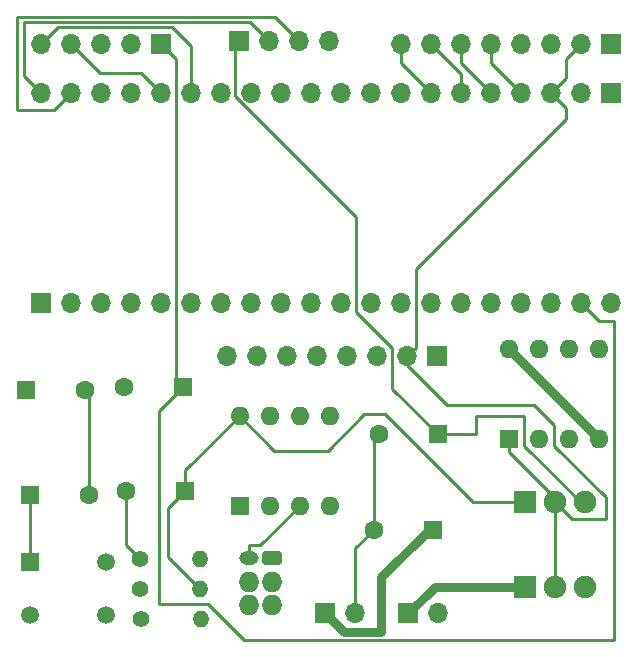
<source format=gbr>
%TF.GenerationSoftware,KiCad,Pcbnew,7.0.7*%
%TF.CreationDate,2023-11-13T10:05:51-05:00*%
%TF.ProjectId,Capstone-board-car,43617073-746f-46e6-952d-626f6172642d,rev?*%
%TF.SameCoordinates,Original*%
%TF.FileFunction,Copper,L2,Bot*%
%TF.FilePolarity,Positive*%
%FSLAX46Y46*%
G04 Gerber Fmt 4.6, Leading zero omitted, Abs format (unit mm)*
G04 Created by KiCad (PCBNEW 7.0.7) date 2023-11-13 10:05:51*
%MOMM*%
%LPD*%
G01*
G04 APERTURE LIST*
G04 Aperture macros list*
%AMRoundRect*
0 Rectangle with rounded corners*
0 $1 Rounding radius*
0 $2 $3 $4 $5 $6 $7 $8 $9 X,Y pos of 4 corners*
0 Add a 4 corners polygon primitive as box body*
4,1,4,$2,$3,$4,$5,$6,$7,$8,$9,$2,$3,0*
0 Add four circle primitives for the rounded corners*
1,1,$1+$1,$2,$3*
1,1,$1+$1,$4,$5*
1,1,$1+$1,$6,$7*
1,1,$1+$1,$8,$9*
0 Add four rect primitives between the rounded corners*
20,1,$1+$1,$2,$3,$4,$5,0*
20,1,$1+$1,$4,$5,$6,$7,0*
20,1,$1+$1,$6,$7,$8,$9,0*
20,1,$1+$1,$8,$9,$2,$3,0*%
G04 Aperture macros list end*
%TA.AperFunction,ComponentPad*%
%ADD10R,1.600000X1.600000*%
%TD*%
%TA.AperFunction,ComponentPad*%
%ADD11O,1.600000X1.600000*%
%TD*%
%TA.AperFunction,ComponentPad*%
%ADD12O,1.750000X1.750000*%
%TD*%
%TA.AperFunction,ComponentPad*%
%ADD13O,1.650000X1.200000*%
%TD*%
%TA.AperFunction,ComponentPad*%
%ADD14RoundRect,0.250000X-0.575000X0.350000X-0.575000X-0.350000X0.575000X-0.350000X0.575000X0.350000X0*%
%TD*%
%TA.AperFunction,ComponentPad*%
%ADD15O,1.700000X1.700000*%
%TD*%
%TA.AperFunction,ComponentPad*%
%ADD16R,1.700000X1.700000*%
%TD*%
%TA.AperFunction,ComponentPad*%
%ADD17C,1.910000*%
%TD*%
%TA.AperFunction,ComponentPad*%
%ADD18R,1.910000X1.910000*%
%TD*%
%TA.AperFunction,ComponentPad*%
%ADD19C,1.600000*%
%TD*%
%TA.AperFunction,ComponentPad*%
%ADD20C,1.400000*%
%TD*%
%TA.AperFunction,ComponentPad*%
%ADD21O,1.400000X1.400000*%
%TD*%
%TA.AperFunction,ComponentPad*%
%ADD22R,1.508000X1.508000*%
%TD*%
%TA.AperFunction,ComponentPad*%
%ADD23C,1.508000*%
%TD*%
%TA.AperFunction,Conductor*%
%ADD24C,0.250000*%
%TD*%
%TA.AperFunction,Conductor*%
%ADD25C,0.750000*%
%TD*%
G04 APERTURE END LIST*
D10*
%TO.P,U1,1,OUT*%
%TO.N,Net-(J2-Pin_19)*%
X56190000Y-112960000D03*
D11*
%TO.P,U1,2,NC/ADJ*%
%TO.N,unconnected-(U1-NC{slash}ADJ-Pad2)*%
X58730000Y-112960000D03*
%TO.P,U1,3,GND*%
%TO.N,Earth*%
X61270000Y-112960000D03*
%TO.P,U1,4,NC*%
%TO.N,unconnected-(U1-NC-Pad4)*%
X63810000Y-112960000D03*
%TO.P,U1,5,\u002ASHDN*%
%TO.N,unconnected-(U1-\u002ASHDN-Pad5)*%
X63810000Y-105340000D03*
%TO.P,U1,6,NC*%
%TO.N,unconnected-(U1-NC-Pad6)*%
X61270000Y-105340000D03*
%TO.P,U1,7,NC*%
%TO.N,unconnected-(U1-NC-Pad7)*%
X58730000Y-105340000D03*
%TO.P,U1,8,IN*%
%TO.N,Net-(U1-IN)*%
X56190000Y-105340000D03*
%TD*%
D12*
%TO.P,BT1,6*%
%TO.N,N/C*%
X56960000Y-121360000D03*
%TO.P,BT1,5*%
X58960000Y-121360000D03*
%TO.P,BT1,4*%
X56960000Y-119360000D03*
%TO.P,BT1,3*%
X58960000Y-119360000D03*
D13*
%TO.P,BT1,2,-*%
%TO.N,Earth*%
X56960000Y-117360000D03*
D14*
%TO.P,BT1,1,+*%
%TO.N,VCC*%
X58960000Y-117360000D03*
%TD*%
D10*
%TO.P,U2,1,GND*%
%TO.N,Earth*%
X79030000Y-107260000D03*
D11*
%TO.P,U2,2,TR*%
%TO.N,Net-(U2-THR)*%
X81570000Y-107260000D03*
%TO.P,U2,3,Q*%
%TO.N,Net-(U1-IN)*%
X84110000Y-107260000D03*
%TO.P,U2,4,R*%
%TO.N,VCC*%
X86650000Y-107260000D03*
%TO.P,U2,5,CV*%
%TO.N,unconnected-(U2-CV-Pad5)*%
X86650000Y-99640000D03*
%TO.P,U2,6,THR*%
%TO.N,Net-(U2-THR)*%
X84110000Y-99640000D03*
%TO.P,U2,7,DIS*%
%TO.N,unconnected-(U2-DIS-Pad7)*%
X81570000Y-99640000D03*
%TO.P,U2,8,VCC*%
%TO.N,VCC*%
X79030000Y-99640000D03*
%TD*%
D15*
%TO.P,J7,5,Pin_5*%
%TO.N,Net-(J1-Pin_15)*%
X39390000Y-73845000D03*
%TO.P,J7,4,Pin_4*%
%TO.N,Net-(J1-Pin_16)*%
X41930000Y-73845000D03*
%TO.P,J7,3,Pin_3*%
%TO.N,Net-(J1-Pin_17)*%
X44470000Y-73845000D03*
%TO.P,J7,2,Pin_2*%
%TO.N,Earth*%
X47010000Y-73845000D03*
D16*
%TO.P,J7,1,Pin_1*%
%TO.N,Net-(J2-Pin_19)*%
X49550000Y-73845000D03*
%TD*%
D17*
%TO.P,U3,3,OUT*%
%TO.N,Net-(J5-Pin_1)*%
X85450000Y-119808000D03*
%TO.P,U3,2,GND*%
%TO.N,Earth*%
X82900000Y-119808000D03*
D18*
%TO.P,U3,1,IN*%
%TO.N,VCCQ*%
X80350000Y-119808000D03*
%TD*%
D15*
%TO.P,J1,20,Pin_20*%
%TO.N,Net-(J1-Pin_20)*%
X39370000Y-77978000D03*
%TO.P,J1,19,Pin_19*%
%TO.N,Net-(J1-Pin_19)*%
X41910000Y-77978000D03*
%TO.P,J1,18,Pin_18*%
%TO.N,unconnected-(J1-Pin_18-Pad18)*%
X44450000Y-77978000D03*
%TO.P,J1,17,Pin_17*%
%TO.N,Net-(J1-Pin_17)*%
X46990000Y-77978000D03*
%TO.P,J1,16,Pin_16*%
%TO.N,Net-(J1-Pin_16)*%
X49530000Y-77978000D03*
%TO.P,J1,15,Pin_15*%
%TO.N,Net-(J1-Pin_15)*%
X52070000Y-77978000D03*
%TO.P,J1,14,Pin_14*%
%TO.N,unconnected-(J1-Pin_14-Pad14)*%
X54610000Y-77978000D03*
%TO.P,J1,13,Pin_13*%
%TO.N,unconnected-(J1-Pin_13-Pad13)*%
X57150000Y-77978000D03*
%TO.P,J1,12,Pin_12*%
%TO.N,unconnected-(J1-Pin_12-Pad12)*%
X59690000Y-77978000D03*
%TO.P,J1,11,Pin_11*%
%TO.N,unconnected-(J1-Pin_11-Pad11)*%
X62230000Y-77978000D03*
%TO.P,J1,10,Pin_10*%
%TO.N,unconnected-(J1-Pin_10-Pad10)*%
X64770000Y-77978000D03*
%TO.P,J1,9,Pin_9*%
%TO.N,unconnected-(J1-Pin_9-Pad9)*%
X67310000Y-77978000D03*
%TO.P,J1,8,Pin_8*%
%TO.N,unconnected-(J1-Pin_8-Pad8)*%
X69850000Y-77978000D03*
%TO.P,J1,7,Pin_7*%
%TO.N,Net-(J1-Pin_7)*%
X72390000Y-77978000D03*
%TO.P,J1,6,Pin_6*%
%TO.N,Net-(J1-Pin_6)*%
X74930000Y-77978000D03*
%TO.P,J1,5,Pin_5*%
%TO.N,Net-(J1-Pin_5)*%
X77470000Y-77978000D03*
%TO.P,J1,4,Pin_4*%
%TO.N,Net-(J1-Pin_4)*%
X80010000Y-77978000D03*
%TO.P,J1,3,Pin_3*%
%TO.N,Earth*%
X82550000Y-77978000D03*
%TO.P,J1,2,Pin_2*%
%TO.N,Net-(J1-Pin_2)*%
X85090000Y-77978000D03*
D16*
%TO.P,J1,1,Pin_1*%
%TO.N,Net-(J1-Pin_1)*%
X87630000Y-77978000D03*
%TD*%
D19*
%TO.P,C5,2*%
%TO.N,Earth*%
X43140000Y-103124000D03*
D10*
%TO.P,C5,1*%
%TO.N,VCCQ*%
X38140000Y-103124000D03*
%TD*%
D20*
%TO.P,R1,1*%
%TO.N,Net-(C1-Pad1)*%
X47768000Y-119974000D03*
D21*
%TO.P,R1,2*%
%TO.N,Net-(U1-IN)*%
X52848000Y-119974000D03*
%TD*%
D19*
%TO.P,C6,2*%
%TO.N,Earth*%
X67540000Y-114970000D03*
D10*
%TO.P,C6,1*%
%TO.N,Net-(J5-Pin_1)*%
X72540000Y-114970000D03*
%TD*%
D21*
%TO.P,R2,2*%
%TO.N,Net-(U2-THR)*%
X52840000Y-117450000D03*
D20*
%TO.P,R2,1*%
%TO.N,Earth*%
X47760000Y-117450000D03*
%TD*%
D21*
%TO.P,R3,2*%
%TO.N,VCC*%
X52888000Y-122564000D03*
D20*
%TO.P,R3,1*%
%TO.N,Net-(U2-THR)*%
X47808000Y-122564000D03*
%TD*%
D15*
%TO.P,BT2,2,-*%
%TO.N,Earth*%
X73000000Y-122050000D03*
D16*
%TO.P,BT2,1,+*%
%TO.N,VCCQ*%
X70460000Y-122050000D03*
%TD*%
D22*
%TO.P,S1,1*%
%TO.N,Net-(C1-Pad1)*%
X38420000Y-117730000D03*
D23*
%TO.P,S1,2*%
%TO.N,unconnected-(S1-Pad2)*%
X44920000Y-117730000D03*
%TO.P,S1,3*%
%TO.N,unconnected-(S1-Pad3)*%
X38420000Y-122230000D03*
%TO.P,S1,4*%
%TO.N,Net-(U2-THR)*%
X44920000Y-122230000D03*
%TD*%
D10*
%TO.P,C2,1*%
%TO.N,Net-(J2-Pin_19)*%
X51410000Y-102910000D03*
D19*
%TO.P,C2,2*%
%TO.N,Earth*%
X46410000Y-102910000D03*
%TD*%
D16*
%TO.P,J4,1,Pin_1*%
%TO.N,VCCQ*%
X87640000Y-73820000D03*
D15*
%TO.P,J4,2,Pin_2*%
%TO.N,Earth*%
X85100000Y-73820000D03*
%TO.P,J4,3,Pin_3*%
%TO.N,Net-(J1-Pin_1)*%
X82560000Y-73820000D03*
%TO.P,J4,4,Pin_4*%
%TO.N,Net-(J1-Pin_2)*%
X80020000Y-73820000D03*
%TO.P,J4,5,Pin_5*%
%TO.N,Net-(J1-Pin_4)*%
X77480000Y-73820000D03*
%TO.P,J4,6,Pin_6*%
%TO.N,Net-(J1-Pin_5)*%
X74940000Y-73820000D03*
%TO.P,J4,7,Pin_7*%
%TO.N,Net-(J1-Pin_6)*%
X72400000Y-73820000D03*
%TO.P,J4,8,Pin_8*%
%TO.N,Net-(J1-Pin_7)*%
X69860000Y-73820000D03*
%TD*%
D17*
%TO.P,U4,3,OUT*%
%TO.N,Net-(J3-Pin_1)*%
X85460000Y-112658000D03*
%TO.P,U4,2,GND*%
%TO.N,Earth*%
X82910000Y-112658000D03*
D18*
%TO.P,U4,1,IN*%
%TO.N,Net-(U1-IN)*%
X80360000Y-112658000D03*
%TD*%
D19*
%TO.P,C1,2*%
%TO.N,Earth*%
X43434000Y-112014000D03*
D10*
%TO.P,C1,1*%
%TO.N,Net-(C1-Pad1)*%
X38434000Y-112014000D03*
%TD*%
D16*
%TO.P,J5,1,Pin_1*%
%TO.N,Net-(J5-Pin_1)*%
X63465000Y-121990000D03*
D15*
%TO.P,J5,2,Pin_2*%
%TO.N,Earth*%
X66005000Y-121990000D03*
%TD*%
D19*
%TO.P,C4,2*%
%TO.N,Earth*%
X67980000Y-106900000D03*
D10*
%TO.P,C4,1*%
%TO.N,Net-(J3-Pin_1)*%
X72980000Y-106900000D03*
%TD*%
D16*
%TO.P,J3,1,Pin_1*%
%TO.N,Net-(J3-Pin_1)*%
X56160000Y-73590000D03*
D15*
%TO.P,J3,2,Pin_2*%
%TO.N,Net-(J1-Pin_20)*%
X58700000Y-73590000D03*
%TO.P,J3,3,Pin_3*%
%TO.N,Net-(J1-Pin_19)*%
X61240000Y-73590000D03*
%TO.P,J3,4,Pin_4*%
%TO.N,Earth*%
X63780000Y-73590000D03*
%TD*%
D16*
%TO.P,J2,1,Pin_1*%
%TO.N,unconnected-(J2-Pin_1-Pad1)*%
X39370000Y-95758000D03*
D15*
%TO.P,J2,2,Pin_2*%
%TO.N,unconnected-(J2-Pin_2-Pad2)*%
X41910000Y-95758000D03*
%TO.P,J2,3,Pin_3*%
%TO.N,unconnected-(J2-Pin_3-Pad3)*%
X44450000Y-95758000D03*
%TO.P,J2,4,Pin_4*%
%TO.N,unconnected-(J2-Pin_4-Pad4)*%
X46990000Y-95758000D03*
%TO.P,J2,5,Pin_5*%
%TO.N,unconnected-(J2-Pin_5-Pad5)*%
X49530000Y-95758000D03*
%TO.P,J2,6,Pin_6*%
%TO.N,Net-(J2-Pin_6)*%
X52070000Y-95758000D03*
%TO.P,J2,7,Pin_7*%
%TO.N,Net-(J2-Pin_7)*%
X54610000Y-95758000D03*
%TO.P,J2,8,Pin_8*%
%TO.N,unconnected-(J2-Pin_8-Pad8)*%
X57150000Y-95758000D03*
%TO.P,J2,9,Pin_9*%
%TO.N,Net-(J2-Pin_9)*%
X59690000Y-95758000D03*
%TO.P,J2,10,Pin_10*%
%TO.N,unconnected-(J2-Pin_10-Pad10)*%
X62230000Y-95758000D03*
%TO.P,J2,11,Pin_11*%
%TO.N,Net-(J2-Pin_11)*%
X64770000Y-95758000D03*
%TO.P,J2,12,Pin_12*%
%TO.N,Net-(J2-Pin_12)*%
X67310000Y-95758000D03*
%TO.P,J2,13,Pin_13*%
%TO.N,unconnected-(J2-Pin_13-Pad13)*%
X69850000Y-95758000D03*
%TO.P,J2,14,Pin_14*%
%TO.N,Net-(J2-Pin_14)*%
X72390000Y-95758000D03*
%TO.P,J2,15,Pin_15*%
%TO.N,unconnected-(J2-Pin_15-Pad15)*%
X74930000Y-95758000D03*
%TO.P,J2,16,Pin_16*%
%TO.N,unconnected-(J2-Pin_16-Pad16)*%
X77470000Y-95758000D03*
%TO.P,J2,17,Pin_17*%
%TO.N,unconnected-(J2-Pin_17-Pad17)*%
X80010000Y-95758000D03*
%TO.P,J2,18,Pin_18*%
%TO.N,unconnected-(J2-Pin_18-Pad18)*%
X82550000Y-95758000D03*
%TO.P,J2,19,Pin_19*%
%TO.N,Net-(J2-Pin_19)*%
X85090000Y-95758000D03*
%TO.P,J2,20,Pin_20*%
%TO.N,unconnected-(J2-Pin_20-Pad20)*%
X87630000Y-95758000D03*
%TD*%
D16*
%TO.P,J6,1,Pin_1*%
%TO.N,VCCQ*%
X72950000Y-100280000D03*
D15*
%TO.P,J6,2,Pin_2*%
%TO.N,Earth*%
X70410000Y-100280000D03*
%TO.P,J6,3,Pin_3*%
%TO.N,Net-(J2-Pin_14)*%
X67870000Y-100280000D03*
%TO.P,J6,4,Pin_4*%
%TO.N,Net-(J2-Pin_12)*%
X65330000Y-100280000D03*
%TO.P,J6,5,Pin_5*%
%TO.N,Net-(J2-Pin_11)*%
X62790000Y-100280000D03*
%TO.P,J6,6,Pin_6*%
%TO.N,Net-(J2-Pin_9)*%
X60250000Y-100280000D03*
%TO.P,J6,7,Pin_7*%
%TO.N,Net-(J2-Pin_7)*%
X57710000Y-100280000D03*
%TO.P,J6,8,Pin_8*%
%TO.N,Net-(J2-Pin_6)*%
X55170000Y-100280000D03*
%TD*%
D19*
%TO.P,C3,2*%
%TO.N,Earth*%
X46590000Y-111720000D03*
D10*
%TO.P,C3,1*%
%TO.N,Net-(U1-IN)*%
X51590000Y-111720000D03*
%TD*%
D24*
%TO.N,Earth*%
X57920000Y-116310000D02*
X61270000Y-112960000D01*
X56960000Y-116310000D02*
X57920000Y-116310000D01*
%TO.N,Net-(U1-IN)*%
X68470000Y-105210000D02*
X75918000Y-112658000D01*
X66760000Y-105210000D02*
X68470000Y-105210000D01*
X63670000Y-108300000D02*
X66760000Y-105210000D01*
X59150000Y-108300000D02*
X63670000Y-108300000D01*
X75918000Y-112658000D02*
X80360000Y-112658000D01*
X56190000Y-105340000D02*
X59150000Y-108300000D01*
X51590000Y-109940000D02*
X56190000Y-105340000D01*
X51590000Y-111720000D02*
X51590000Y-109940000D01*
X50140000Y-117266000D02*
X52848000Y-119974000D01*
X50140000Y-113170000D02*
X50140000Y-117266000D01*
X51590000Y-111720000D02*
X50140000Y-113170000D01*
%TO.N,Net-(J2-Pin_19)*%
X49370000Y-104950000D02*
X51410000Y-102910000D01*
X53523569Y-121250000D02*
X49370000Y-121250000D01*
X56574569Y-124301000D02*
X53523569Y-121250000D01*
X86642000Y-97310000D02*
X87899999Y-97310000D01*
X87899999Y-124301000D02*
X56574569Y-124301000D01*
X85090000Y-95758000D02*
X86642000Y-97310000D01*
X87899999Y-97310000D02*
X87899999Y-124301000D01*
X49370000Y-121250000D02*
X49370000Y-104950000D01*
%TO.N,Earth*%
X84352000Y-114100000D02*
X82910000Y-112658000D01*
X87200000Y-114100000D02*
X84352000Y-114100000D01*
X82830000Y-107860000D02*
X87200000Y-112230000D01*
X81140000Y-104390000D02*
X82830000Y-106080000D01*
X82830000Y-106080000D02*
X82830000Y-107860000D01*
X73790000Y-104390000D02*
X81140000Y-104390000D01*
X70410000Y-101010000D02*
X73790000Y-104390000D01*
X87200000Y-112230000D02*
X87200000Y-114100000D01*
X70410000Y-100280000D02*
X70410000Y-101010000D01*
D25*
%TO.N,Net-(J5-Pin_1)*%
X72220000Y-114970000D02*
X72540000Y-114970000D01*
X68200000Y-123601000D02*
X68200000Y-118990000D01*
X65076000Y-123601000D02*
X68200000Y-123601000D01*
X63465000Y-121990000D02*
X65076000Y-123601000D01*
X68200000Y-118990000D02*
X72220000Y-114970000D01*
D24*
%TO.N,Earth*%
X56960000Y-117360000D02*
X56960000Y-116310000D01*
X82910000Y-112280000D02*
X79030000Y-108400000D01*
X82910000Y-112658000D02*
X82910000Y-112280000D01*
X79030000Y-108400000D02*
X79030000Y-107260000D01*
%TO.N,Net-(J3-Pin_1)*%
X76240000Y-105320000D02*
X76240000Y-106900000D01*
X80310000Y-105320000D02*
X76240000Y-105320000D01*
X80310000Y-107890000D02*
X80310000Y-105320000D01*
X76240000Y-106900000D02*
X72980000Y-106900000D01*
X85078000Y-112658000D02*
X80310000Y-107890000D01*
X85460000Y-112658000D02*
X85078000Y-112658000D01*
%TO.N,Earth*%
X71120000Y-99570000D02*
X70410000Y-100280000D01*
X71120000Y-92930000D02*
X71120000Y-99570000D01*
X83860000Y-79288000D02*
X83860000Y-80190000D01*
X82550000Y-77978000D02*
X83860000Y-79288000D01*
X83860000Y-80190000D02*
X71120000Y-92930000D01*
%TO.N,Net-(J3-Pin_1)*%
X55785000Y-73965000D02*
X56160000Y-73590000D01*
X66040000Y-88529701D02*
X55785000Y-78274701D01*
X66040000Y-96550000D02*
X66040000Y-88529701D01*
X69120000Y-99630000D02*
X66040000Y-96550000D01*
X69120000Y-103040000D02*
X69120000Y-99630000D01*
X55785000Y-78274701D02*
X55785000Y-73965000D01*
X72980000Y-106900000D02*
X69120000Y-103040000D01*
%TO.N,Net-(J2-Pin_19)*%
X50790000Y-75085000D02*
X49550000Y-73845000D01*
X51410000Y-102910000D02*
X50790000Y-102290000D01*
X50790000Y-102290000D02*
X50790000Y-75085000D01*
%TO.N,Earth*%
X83820000Y-76708000D02*
X82550000Y-77978000D01*
X83820000Y-75100000D02*
X83820000Y-76708000D01*
X85100000Y-73820000D02*
X83820000Y-75100000D01*
%TO.N,Net-(J1-Pin_16)*%
X41930000Y-73845000D02*
X44415000Y-76330000D01*
X44415000Y-76330000D02*
X47882000Y-76330000D01*
X47882000Y-76330000D02*
X49530000Y-77978000D01*
%TO.N,Net-(J1-Pin_20)*%
X37970000Y-76578000D02*
X39370000Y-77978000D01*
X37970000Y-71990000D02*
X37970000Y-76578000D01*
X57100000Y-71990000D02*
X37970000Y-71990000D01*
X58700000Y-73590000D02*
X57100000Y-71990000D01*
X39370000Y-77978000D02*
X39442000Y-77978000D01*
%TO.N,Net-(J1-Pin_15)*%
X52070000Y-74015000D02*
X52070000Y-77978000D01*
X40795000Y-72440000D02*
X50495000Y-72440000D01*
X50495000Y-72440000D02*
X52070000Y-74015000D01*
X39390000Y-73845000D02*
X40795000Y-72440000D01*
%TO.N,Net-(J1-Pin_19)*%
X59190000Y-71540000D02*
X61240000Y-73590000D01*
X37320000Y-79430000D02*
X37320000Y-71540000D01*
X40458000Y-79430000D02*
X37320000Y-79430000D01*
X37320000Y-71540000D02*
X59190000Y-71540000D01*
X41910000Y-77978000D02*
X40458000Y-79430000D01*
%TO.N,Net-(C1-Pad1)*%
X38420000Y-112028000D02*
X38434000Y-112014000D01*
X38420000Y-117730000D02*
X38420000Y-112028000D01*
D25*
%TO.N,VCCQ*%
X72702000Y-119808000D02*
X70460000Y-122050000D01*
%TO.N,VCC*%
X86650000Y-107260000D02*
X79030000Y-99640000D01*
D24*
%TO.N,Earth*%
X82900000Y-112668000D02*
X82910000Y-112658000D01*
X82900000Y-119808000D02*
X82900000Y-112668000D01*
D25*
%TO.N,VCCQ*%
X80350000Y-119808000D02*
X72702000Y-119808000D01*
D24*
%TO.N,Net-(J1-Pin_4)*%
X77480000Y-75448000D02*
X80010000Y-77978000D01*
X77480000Y-73820000D02*
X77480000Y-75448000D01*
%TO.N,Net-(J1-Pin_5)*%
X74940000Y-75448000D02*
X77470000Y-77978000D01*
X74940000Y-73820000D02*
X74940000Y-75448000D01*
%TO.N,Net-(J1-Pin_6)*%
X74930000Y-76350000D02*
X74930000Y-77978000D01*
X72400000Y-73820000D02*
X74930000Y-76350000D01*
%TO.N,Net-(J1-Pin_7)*%
X69860000Y-75448000D02*
X72390000Y-77978000D01*
X69860000Y-73820000D02*
X69860000Y-75448000D01*
%TO.N,Earth*%
X67540000Y-107340000D02*
X67980000Y-106900000D01*
X67540000Y-114970000D02*
X67540000Y-107340000D01*
X66005000Y-116505000D02*
X67540000Y-114970000D01*
X66005000Y-121990000D02*
X66005000Y-116505000D01*
X46590000Y-116280000D02*
X47760000Y-117450000D01*
X46590000Y-111720000D02*
X46590000Y-116280000D01*
X43434000Y-103418000D02*
X43140000Y-103124000D01*
X43434000Y-112014000D02*
X43434000Y-103418000D01*
%TO.N,Net-(C1-Pad1)*%
X38360000Y-112088000D02*
X38434000Y-112014000D01*
%TD*%
M02*

</source>
